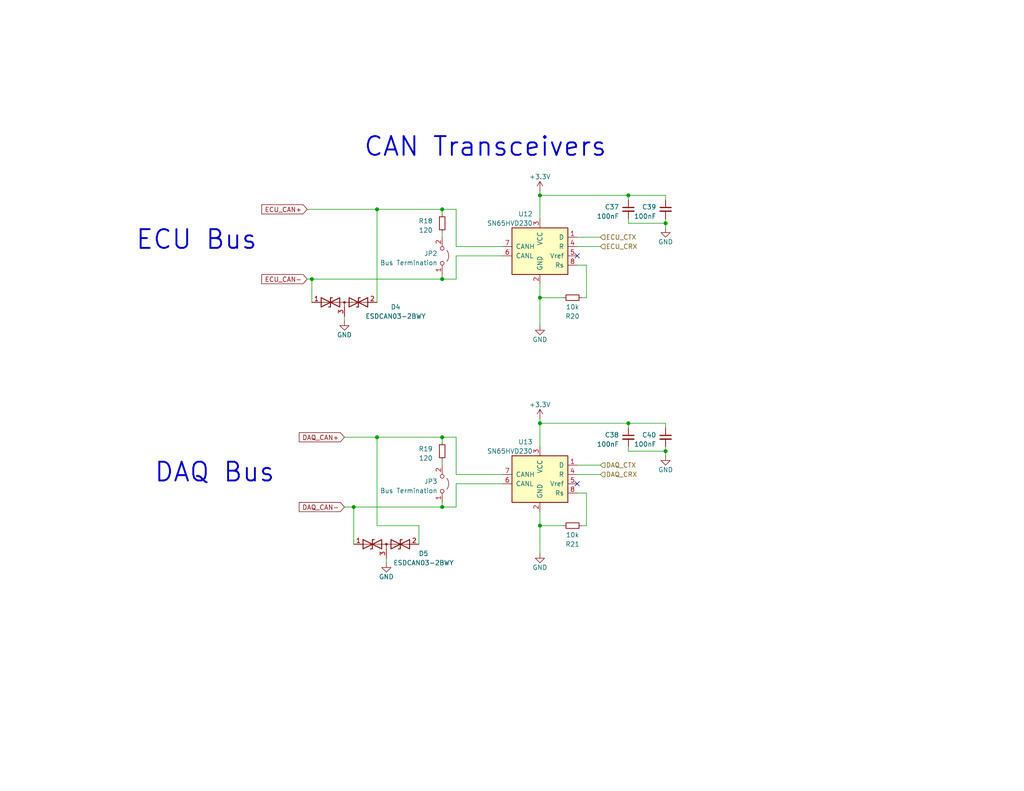
<source format=kicad_sch>
(kicad_sch (version 20230121) (generator eeschema)
  (paper "USLetter")
  (title_block (title "SDM-24 Data Logger") (date "2023-12-03") (rev "v3") (company "Sun Devil Motorsports") (comment 1 "CAN transceivers circuitry"))
  (lib_symbols
    (symbol "Device:C_Small" (pin_numbers hide) (pin_names (offset 0.254) hide)
      (property "Reference" "C" (at 0.254 1.778 0))
      (property "Value" "C_Small" (at 0.254 -2.032 0))
      (symbol "C_Small_0_1"
        (polyline (pts (xy -1.524 -0.508) (xy 1.524 -0.508)) (stroke (width 0.3302)))
        (polyline (pts (xy -1.524 0.508) (xy 1.524 0.508)) (stroke (width 0.3048)))
      )
      (symbol "C_Small_1_1"
        (pin passive line (at 0 2.54 270) (length 2.032) (name "~") (number "1"))
        (pin passive line (at 0 -2.54 90) (length 2.032) (name "~") (number "2"))
      )
    )
    (symbol "Device:D_TVS_Dual_AAC" (pin_names (offset 1.016) hide)
      (property "Reference" "D" (at 0 4.445 0))
      (property "Value" "D_TVS_Dual_AAC" (at 0 2.54 0))
      (symbol "D_TVS_Dual_AAC_0_0"
        (polyline (pts (xy 0 -1.27) (xy 0 0)))
      )
      (symbol "D_TVS_Dual_AAC_0_1"
        (polyline (pts (xy -6.35 0) (xy 6.35 0)))
        (polyline (pts (xy -3.302 1.27) (xy -3.81 1.27) (xy -3.81 -1.27) (xy -4.318 -1.27)) (stroke (width 0.254)))
        (polyline (pts (xy 4.318 1.27) (xy 3.81 1.27) (xy 3.81 -1.27) (xy 3.302 -1.27)) (stroke (width 0.254)))
        (polyline (pts (xy -6.35 1.27) (xy -1.27 -1.27) (xy -1.27 1.27) (xy -6.35 -1.27) (xy -6.35 1.27)) (stroke (width 0.254)))
        (polyline (pts (xy 6.35 1.27) (xy 1.27 -1.27) (xy 1.27 1.27) (xy 6.35 -1.27) (xy 6.35 1.27)) (stroke (width 0.254)))
        (circle (center 0 0) (radius 0.254) (fill (type outline)))
      )
      (symbol "D_TVS_Dual_AAC_1_1"
        (pin passive line (at -8.89 0 0) (length 2.54) (name "A1") (number "1"))
        (pin passive line (at 8.89 0 180) (length 2.54) (name "A2") (number "2"))
        (pin input line (at 0 -3.81 90) (length 2.54) (name "common") (number "3"))
      )
    )
    (symbol "Device:R_Small" (pin_numbers hide) (pin_names (offset 0.254) hide)
      (property "Reference" "R" (at 0.762 0.508 0))
      (property "Value" "R_Small" (at 0.762 -1.016 0))
      (symbol "R_Small_0_1"
        (rectangle (start -0.762 1.778) (end 0.762 -1.778) (stroke (width 0.2032)))
      )
      (symbol "R_Small_1_1"
        (pin passive line (at 0 2.54 270) (length 0.762) (name "~") (number "1"))
        (pin passive line (at 0 -2.54 90) (length 0.762) (name "~") (number "2"))
      )
    )
    (symbol "Interface_CAN_LIN:SN65HVD230" (pin_names (offset 1.016))
      (property "Reference" "U" (at -2.54 10.16 0))
      (property "Value" "SN65HVD230" (at -2.54 7.62 0))
      (symbol "SN65HVD230_0_1"
        (rectangle (start -7.62 5.08) (end 7.62 -7.62) (stroke (width 0.254)) (fill (type background)))
      )
      (symbol "SN65HVD230_1_1"
        (pin input line (at -10.16 2.54 0) (length 2.54) (name "D") (number "1"))
        (pin power_in line (at 0 -10.16 90) (length 2.54) (name "GND") (number "2"))
        (pin power_in line (at 0 7.62 270) (length 2.54) (name "VCC") (number "3"))
        (pin output line (at -10.16 0 0) (length 2.54) (name "R") (number "4"))
        (pin output line (at -10.16 -2.54 0) (length 2.54) (name "Vref") (number "5"))
        (pin bidirectional line (at 10.16 -2.54 180) (length 2.54) (name "CANL") (number "6"))
        (pin bidirectional line (at 10.16 0 180) (length 2.54) (name "CANH") (number "7"))
        (pin input line (at -10.16 -5.08 0) (length 2.54) (name "Rs") (number "8"))
      )
    )
    (symbol "Jumper:Jumper_2_Open" (pin_names (offset 0) hide)
      (property "Reference" "JP" (at 0 2.794 0))
      (property "Value" "Jumper_2_Open" (at 0 -2.286 0))
      (symbol "Jumper_2_Open_0_0"
        (circle (center -2.032 0) (radius 0.508))
        (circle (center 2.032 0) (radius 0.508))
      )
      (symbol "Jumper_2_Open_0_1"
        (arc (start 1.524 1.27) (mid 0 1.778) (end -1.524 1.27))
      )
      (symbol "Jumper_2_Open_1_1"
        (pin passive line (at -5.08 0 0) (length 2.54) (name "A") (number "1"))
        (pin passive line (at 5.08 0 180) (length 2.54) (name "B") (number "2"))
      )
    )
    (symbol "power:+3.3V" (power) (pin_names (offset 0))
      (property "Value" "+3.3V" (at 0 3.556 0))
      (symbol "+3.3V_0_1"
        (polyline (pts (xy -0.762 1.27) (xy 0 2.54)))
        (polyline (pts (xy 0 0) (xy 0 2.54)))
        (polyline (pts (xy 0 2.54) (xy 0.762 1.27)))
      )
      (symbol "+3.3V_1_1"
        (pin power_in line (at 0 0 90) (length 0) hide (name "+3.3V") (number "1"))
      )
    )
    (symbol "power:GND" (power) (pin_names (offset 0))
      (property "Value" "GND" (at 0 -3.81 0))
      (symbol "GND_0_1"
        (polyline (pts (xy 0 0) (xy 0 -1.27) (xy 1.27 -1.27) (xy 0 -2.54) (xy -1.27 -1.27) (xy 0 -1.27)))
      )
      (symbol "GND_1_1"
        (pin power_in line (at 0 0 270) (length 0) hide (name "GND") (number "1"))
      )
    )
  )
  (junction (at 171.45 115.57))
  (junction (at 96.52 138.43))
  (junction (at 147.32 53.34))
  (junction (at 147.32 115.57))
  (junction (at 102.87 119.38))
  (junction (at 147.32 143.51))
  (junction (at 181.61 123.19))
  (junction (at 120.65 119.38))
  (junction (at 120.65 76.2))
  (junction (at 147.32 81.28))
  (junction (at 171.45 53.34))
  (junction (at 120.65 57.15))
  (junction (at 102.87 57.15))
  (junction (at 181.61 60.96))
  (junction (at 120.65 138.43))
  (junction (at 85.09 76.2))
  (no_connect (at 157.48 132.08))
  (no_connect (at 157.48 69.85))
  (wire (pts (xy 171.45 54.61) (xy 171.45 53.34)))
  (wire (pts (xy 181.61 59.69) (xy 181.61 60.96)))
  (wire (pts (xy 124.46 76.2) (xy 120.65 76.2)))
  (wire (pts (xy 171.45 59.69) (xy 171.45 60.96)))
  (wire (pts (xy 102.87 143.51) (xy 102.87 119.38)))
  (wire (pts (xy 147.32 77.47) (xy 147.32 81.28)))
  (wire (pts (xy 85.09 76.2) (xy 120.65 76.2)))
  (wire (pts (xy 171.45 115.57) (xy 147.32 115.57)))
  (wire (pts (xy 120.65 137.16) (xy 120.65 138.43)))
  (wire (pts (xy 171.45 121.92) (xy 171.45 123.19)))
  (wire (pts (xy 93.98 119.38) (xy 102.87 119.38)))
  (wire (pts (xy 147.32 143.51) (xy 147.32 151.13)))
  (wire (pts (xy 153.67 81.28) (xy 147.32 81.28)))
  (wire (pts (xy 120.65 57.15) (xy 120.65 58.42)))
  (wire (pts (xy 147.32 53.34) (xy 147.32 59.69)))
  (wire (pts (xy 181.61 123.19) (xy 181.61 124.46)))
  (wire (pts (xy 96.52 138.43) (xy 96.52 148.59)))
  (wire (pts (xy 163.83 129.54) (xy 157.48 129.54)))
  (wire (pts (xy 147.32 114.3) (xy 147.32 115.57)))
  (wire (pts (xy 163.83 127) (xy 157.48 127)))
  (wire (pts (xy 181.61 121.92) (xy 181.61 123.19)))
  (wire (pts (xy 147.32 115.57) (xy 147.32 121.92)))
  (wire (pts (xy 105.41 152.4) (xy 105.41 153.67)))
  (wire (pts (xy 102.87 57.15) (xy 120.65 57.15)))
  (wire (pts (xy 147.32 139.7) (xy 147.32 143.51)))
  (wire (pts (xy 124.46 132.08) (xy 124.46 138.43)))
  (wire (pts (xy 181.61 116.84) (xy 181.61 115.57)))
  (wire (pts (xy 114.3 148.59) (xy 114.3 143.51)))
  (wire (pts (xy 83.82 57.15) (xy 102.87 57.15)))
  (wire (pts (xy 181.61 123.19) (xy 171.45 123.19)))
  (wire (pts (xy 137.16 132.08) (xy 124.46 132.08)))
  (wire (pts (xy 93.98 138.43) (xy 96.52 138.43)))
  (wire (pts (xy 163.83 67.31) (xy 157.48 67.31)))
  (wire (pts (xy 181.61 60.96) (xy 171.45 60.96)))
  (wire (pts (xy 160.02 72.39) (xy 160.02 81.28)))
  (wire (pts (xy 157.48 134.62) (xy 160.02 134.62)))
  (wire (pts (xy 171.45 116.84) (xy 171.45 115.57)))
  (wire (pts (xy 124.46 129.54) (xy 124.46 119.38)))
  (wire (pts (xy 96.52 138.43) (xy 120.65 138.43)))
  (wire (pts (xy 120.65 74.93) (xy 120.65 76.2)))
  (wire (pts (xy 160.02 81.28) (xy 158.75 81.28)))
  (wire (pts (xy 171.45 53.34) (xy 147.32 53.34)))
  (wire (pts (xy 120.65 125.73) (xy 120.65 127)))
  (wire (pts (xy 137.16 67.31) (xy 124.46 67.31)))
  (wire (pts (xy 83.82 76.2) (xy 85.09 76.2)))
  (wire (pts (xy 157.48 72.39) (xy 160.02 72.39)))
  (wire (pts (xy 102.87 57.15) (xy 102.87 82.55)))
  (wire (pts (xy 114.3 143.51) (xy 102.87 143.51)))
  (wire (pts (xy 153.67 143.51) (xy 147.32 143.51)))
  (wire (pts (xy 124.46 119.38) (xy 120.65 119.38)))
  (wire (pts (xy 124.46 67.31) (xy 124.46 57.15)))
  (wire (pts (xy 147.32 52.07) (xy 147.32 53.34)))
  (wire (pts (xy 85.09 76.2) (xy 85.09 82.55)))
  (wire (pts (xy 147.32 81.28) (xy 147.32 88.9)))
  (wire (pts (xy 160.02 134.62) (xy 160.02 143.51)))
  (wire (pts (xy 124.46 69.85) (xy 124.46 76.2)))
  (wire (pts (xy 137.16 129.54) (xy 124.46 129.54)))
  (wire (pts (xy 181.61 60.96) (xy 181.61 62.23)))
  (wire (pts (xy 124.46 57.15) (xy 120.65 57.15)))
  (wire (pts (xy 120.65 119.38) (xy 120.65 120.65)))
  (wire (pts (xy 181.61 53.34) (xy 171.45 53.34)))
  (wire (pts (xy 102.87 119.38) (xy 120.65 119.38)))
  (wire (pts (xy 181.61 54.61) (xy 181.61 53.34)))
  (wire (pts (xy 160.02 143.51) (xy 158.75 143.51)))
  (wire (pts (xy 137.16 69.85) (xy 124.46 69.85)))
  (wire (pts (xy 120.65 63.5) (xy 120.65 64.77)))
  (wire (pts (xy 181.61 115.57) (xy 171.45 115.57)))
  (wire (pts (xy 124.46 138.43) (xy 120.65 138.43)))
  (wire (pts (xy 93.98 86.36) (xy 93.98 87.63)))
  (wire (pts (xy 163.83 64.77) (xy 157.48 64.77)))
  (text "DAQ Bus" (at 41.91 132.08 0) (effects (font (size 5.12 5.12) (thickness 0.51) bold) (justify left bottom)))
  (text "ECU Bus" (at 36.83 68.58 0) (effects (font (size 5.12 5.12) (thickness 0.51) bold) (justify left bottom)))
  (text "CAN Transceivers" (at 99.06 43.18 0) (effects (font (size 5.12 5.12) (thickness 0.51) bold) (justify left bottom)))
  (global_label "ECU_CAN+" (shape input) (at 83.82 57.15 180) (property "Intersheetrefs" "${INTERSHEET_REFS}" (effects hide)))
  (global_label "DAQ_CAN-" (shape input) (at 93.98 138.43 180) (property "Intersheetrefs" "${INTERSHEET_REFS}" (effects hide)))
  (global_label "ECU_CAN-" (shape input) (at 83.82 76.2 180) (property "Intersheetrefs" "${INTERSHEET_REFS}" (effects hide)))
  (global_label "DAQ_CAN+" (shape input) (at 93.98 119.38 180) (property "Intersheetrefs" "${INTERSHEET_REFS}" (effects hide)))
  (hierarchical_label "DAQ_CTX" (shape input) (at 163.83 127 0))
  (hierarchical_label "DAQ_CRX" (shape input) (at 163.83 129.54 0))
  (hierarchical_label "ECU_CTX" (shape input) (at 163.83 64.77 0))
  (hierarchical_label "ECU_CRX" (shape input) (at 163.83 67.31 0))
  (symbol (lib_id "Device:D_TVS_Dual_AAC") (at 93.98 82.55 0) (unit 1)
    (property "Reference" "D4" (at 107.95 83.82 0))
    (property "Value" "ESDCAN03-2BWY" (at 107.95 86.36 0))
    (property "Footprint" "Package_TO_SOT_SMD:SOT-323_SC-70" (effects hide))
  )
  (symbol (lib_id "Interface_CAN_LIN:SN65HVD230") (at 147.32 129.54 0) (mirror y) (unit 1)
    (property "Reference" "U13" (at 145.3641 120.65 0) (effects (justify left)))
    (property "Value" "SN65HVD230" (at 145.3641 123.19 0) (effects (justify left)))
    (property "Footprint" "Package_SO:SOIC-8_3.9x4.9mm_P1.27mm" (effects hide))
    (property "Datasheet" "http://www.ti.com/lit/ds/symlink/sn65hvd230.pdf" (effects hide))
    (instances (project "sdm24logger" (path "" (reference "U13") (unit 1)) (path "" (reference "U14") (unit 1))))
  )
  (symbol (lib_id "Interface_CAN_LIN:SN65HVD230") (at 147.32 67.31 0) (mirror y) (unit 1)
    (property "Reference" "U12" (at 145.3641 58.42 0) (effects (justify left)))
    (property "Value" "SN65HVD230" (at 145.3641 60.96 0) (effects (justify left)))
    (property "Footprint" "Package_SO:SOIC-8_3.9x4.9mm_P1.27mm" (effects hide))
    (property "Datasheet" "http://www.ti.com/lit/ds/symlink/sn65hvd230.pdf" (effects hide))
    (instances (project "sdm24logger" (path "" (reference "U12") (unit 1)) (path "" (reference "U13") (unit 1))))
  )
  (symbol (lib_id "Device:C_Small") (at 171.45 119.38 0) (mirror y) (unit 1)
    (property "Reference" "C38" (at 168.91 118.7513 0) (effects (justify left)))
    (property "Value" "100nF" (at 168.91 121.2913 0) (effects (justify left)))
    (property "Footprint" "Capacitor_SMD:C_0402_1005Metric" (effects hide))
    (instances (project "sdm24logger" (path "" (reference "C38") (unit 1)) (path "" (reference "C45") (unit 1))))
  )
  (symbol (lib_id "Device:R_Small") (at 120.65 60.96 0) (mirror y) (unit 1)
    (property "Reference" "R18" (at 118.11 60.325 0) (effects (justify left)))
    (property "Value" "120" (at 118.11 62.865 0) (effects (justify left)))
    (property "Footprint" "Resistor_SMD:R_0402_1005Metric" (effects hide))
    (instances (project "sdm24logger" (path "" (reference "R18") (unit 1)) (path "" (reference "R20") (unit 1))))
  )
  (symbol (lib_id "Device:R_Small") (at 156.21 143.51 90) (mirror x) (unit 1)
    (property "Reference" "R21" (at 156.21 148.59 90))
    (property "Value" "10k" (at 156.21 146.05 90))
    (property "Footprint" "Resistor_SMD:R_0603_1608Metric" (effects hide))
    (instances (project "sdm24logger" (path "" (reference "R21") (unit 1)) (path "" (reference "R23") (unit 1))))
  )
  (symbol (lib_id "Device:R_Small") (at 156.21 81.28 90) (mirror x) (unit 1)
    (property "Reference" "R20" (at 156.21 86.36 90))
    (property "Value" "10k" (at 156.21 83.82 90))
    (property "Footprint" "Resistor_SMD:R_0603_1608Metric" (effects hide))
    (instances (project "sdm24logger" (path "" (reference "R20") (unit 1)) (path "" (reference "R22") (unit 1))))
  )
  (symbol (lib_id "power:+3.3V") (at 147.32 52.07 0) (mirror y) (unit 1)
    (property "Reference" "#PWR058" (effects hide))
    (property "Value" "+3.3V" (at 147.32 48.26 0))
    (instances (project "sdm24logger" (path "" (reference "#PWR058") (unit 1)) (path "" (reference "#PWR065") (unit 1))))
  )
  (symbol (lib_id "Device:R_Small") (at 120.65 123.19 0) (mirror y) (unit 1)
    (property "Reference" "R19" (at 118.11 122.555 0) (effects (justify left)))
    (property "Value" "120" (at 118.11 125.095 0) (effects (justify left)))
    (property "Footprint" "Resistor_SMD:R_0402_1005Metric" (effects hide))
    (instances (project "sdm24logger" (path "" (reference "R19") (unit 1)) (path "" (reference "R21") (unit 1))))
  )
  (symbol (lib_id "power:GND") (at 181.61 62.23 0) (mirror y) (unit 1)
    (property "Reference" "#PWR063" (effects hide))
    (property "Value" "GND" (at 181.61 66.04 0))
    (instances (project "sdm24logger" (path "" (reference "#PWR063") (unit 1)) (path "" (reference "#PWR069") (unit 1))))
  )
  (symbol (lib_id "Jumper:Jumper_2_Open") (at 120.65 69.85 270) (mirror x) (unit 1)
    (property "Reference" "JP2" (at 119.38 69.215 90) (effects (justify right)))
    (property "Value" "Bus Termination" (at 119.38 71.755 90) (effects (justify right)))
    (property "Footprint" "Connector_PinHeader_2.54mm:PinHeader_1x02_P2.54mm_Vertical" (effects hide))
  )
  (symbol (lib_id "power:+3.3V") (at 147.32 114.3 0) (mirror y) (unit 1)
    (property "Reference" "#PWR060" (effects hide))
    (property "Value" "+3.3V" (at 147.32 110.49 0))
    (instances (project "sdm24logger" (path "" (reference "#PWR060") (unit 1)) (path "" (reference "#PWR067") (unit 1))))
  )
  (symbol (lib_id "power:GND") (at 181.61 124.46 0) (mirror y) (unit 1)
    (property "Reference" "#PWR064" (effects hide))
    (property "Value" "GND" (at 181.61 128.27 0))
    (instances (project "sdm24logger" (path "" (reference "#PWR064") (unit 1)) (path "" (reference "#PWR070") (unit 1))))
  )
  (symbol (lib_id "Device:C_Small") (at 171.45 57.15 0) (mirror y) (unit 1)
    (property "Reference" "C37" (at 168.91 56.5213 0) (effects (justify left)))
    (property "Value" "100nF" (at 168.91 59.0613 0) (effects (justify left)))
    (property "Footprint" "Capacitor_SMD:C_0402_1005Metric" (effects hide))
    (instances (project "sdm24logger" (path "" (reference "C37") (unit 1)) (path "" (reference "C44") (unit 1))))
  )
  (symbol (lib_id "Jumper:Jumper_2_Open") (at 120.65 132.08 270) (mirror x) (unit 1)
    (property "Reference" "JP3" (at 119.38 131.445 90) (effects (justify right)))
    (property "Value" "Bus Termination" (at 119.38 133.985 90) (effects (justify right)))
    (property "Footprint" "Connector_PinHeader_2.54mm:PinHeader_1x02_P2.54mm_Vertical" (effects hide))
  )
  (symbol (lib_id "Device:C_Small") (at 181.61 57.15 0) (mirror y) (unit 1)
    (property "Reference" "C39" (at 179.07 56.5213 0) (effects (justify left)))
    (property "Value" "100nF" (at 179.07 59.0613 0) (effects (justify left)))
    (property "Footprint" "Capacitor_SMD:C_0402_1005Metric" (effects hide))
    (instances (project "sdm24logger" (path "" (reference "C39") (unit 1)) (path "" (reference "C46") (unit 1))))
  )
  (symbol (lib_id "power:GND") (at 93.98 87.63 0) (mirror y) (unit 1)
    (property "Reference" "#PWR050" (effects hide))
    (property "Value" "GND" (at 93.98 91.44 0))
    (instances (project "sdm24logger" (path "" (reference "#PWR050") (unit 1)) (path "" (reference "#PWR063") (unit 1))))
  )
  (symbol (lib_id "power:GND") (at 147.32 151.13 0) (mirror y) (unit 1)
    (property "Reference" "#PWR061" (effects hide))
    (property "Value" "GND" (at 147.32 154.94 0))
    (instances (project "sdm24logger" (path "" (reference "#PWR061") (unit 1)) (path "" (reference "#PWR068") (unit 1))))
  )
  (symbol (lib_id "power:GND") (at 105.41 153.67 0) (mirror y) (unit 1)
    (property "Reference" "#PWR053" (effects hide))
    (property "Value" "GND" (at 105.41 157.48 0))
    (instances (project "sdm24logger" (path "" (reference "#PWR053") (unit 1)) (path "" (reference "#PWR064") (unit 1))))
  )
  (symbol (lib_id "Device:D_TVS_Dual_AAC") (at 105.41 148.59 0) (unit 1)
    (property "Reference" "D5" (at 115.57 151.13 0))
    (property "Value" "ESDCAN03-2BWY" (at 115.57 153.67 0))
    (property "Footprint" "Package_TO_SOT_SMD:SOT-323_SC-70" (effects hide))
  )
  (symbol (lib_id "Device:C_Small") (at 181.61 119.38 0) (mirror y) (unit 1)
    (property "Reference" "C40" (at 179.07 118.7513 0) (effects (justify left)))
    (property "Value" "100nF" (at 179.07 121.2913 0) (effects (justify left)))
    (property "Footprint" "Capacitor_SMD:C_0402_1005Metric" (effects hide))
    (instances (project "sdm24logger" (path "" (reference "C40") (unit 1)) (path "" (reference "C47") (unit 1))))
  )
  (symbol (lib_id "power:GND") (at 147.32 88.9 0) (mirror y) (unit 1)
    (property "Reference" "#PWR059" (effects hide))
    (property "Value" "GND" (at 147.32 92.71 0))
    (instances (project "sdm24logger" (path "" (reference "#PWR059") (unit 1)) (path "" (reference "#PWR066") (unit 1))))
  )
)
</source>
